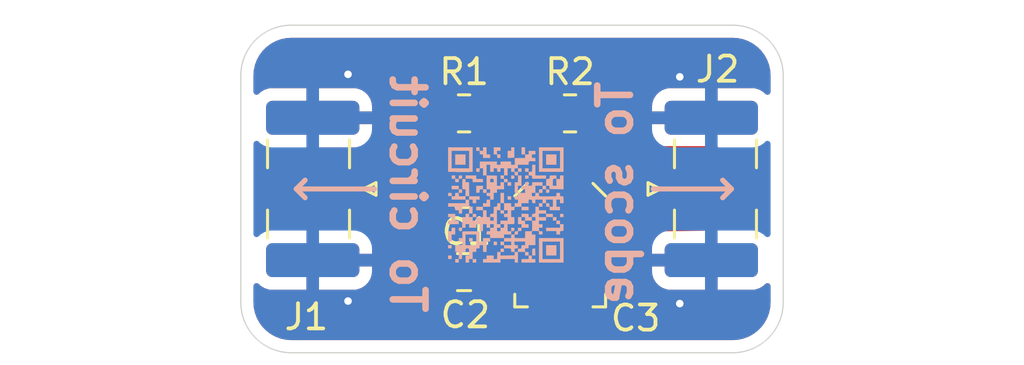
<source format=kicad_pcb>
(kicad_pcb (version 20241229) (generator "pcbnew") (generator_version "9.0")
  (layers (0 "F.Cu" signal) (2 "B.Cu" signal) (13 "F.Paste" user) (15 "B.Paste" user) (5 "F.SilkS" user "F.Silkscreen") (7 "B.SilkS" user "B.Silkscreen") (1 "F.Mask" user) (3 "B.Mask" user) (25 "Edge.Cuts" user))
  (net 0 "")
  (net 1 "GND")
  (net 2 "Net-(R1-Pad2)")
  (net 3 "/In")
  (net 4 "/Out")
  (footprint "Symbol:qr" (layer "F.Cu") (at 146.267513 95.7586)
    (property "Reference" "G***" (hide yes))
    (property "Value" "LOGO" (hide yes))
  )
  (footprint "Capacitor_SMD:C_0805_2012Metric" (layer "F.Cu") (at 144.85 98.3)
    (property "Reference" "C2" (at 0.05 1.7 0) (layer "F.SilkS"))
    (property "Value" "5pF" (hide yes))
    (pad "1" smd roundrect (at -0.95 0) (size 1 1.45) (layers "F.Cu" "F.Mask" "F.Paste") (net 3 "/In"))
    (pad "2" smd roundrect (at 0.95 0) (size 1 1.45) (layers "F.Cu" "F.Mask" "F.Paste") (net 4 "/Out"))
  )
  (footprint "Capacitor_SMD:C_0805_2012Metric" (layer "F.Cu") (at 144.8 95)
    (property "Reference" "C1" (at 0.1475 1.7 0) (layer "F.SilkS"))
    (property "Value" "2pF" (hide yes))
    (pad "1" smd roundrect (at -0.95 0) (size 1 1.45) (layers "F.Cu" "F.Mask" "F.Paste") (net 3 "/In"))
    (pad "2" smd roundrect (at 0.95 0) (size 1 1.45) (layers "F.Cu" "F.Mask" "F.Paste") (net 4 "/Out"))
  )
  (footprint "Resistor_SMD:R_0805_2012Metric_Pad1.20x1.40mm_HandSolder" (layer "F.Cu") (at 149.05 92)
    (property "Reference" "R2" (at 0 -1.65 0) (layer "F.SilkS"))
    (property "Value" "4.5MΩ" (hide yes))
    (pad "1" smd roundrect (at -1 0) (size 1.2 1.4) (layers "F.Cu" "F.Mask" "F.Paste") (roundrect_rratio 0.208333) (net 2 "Net-(R1-Pad2)"))
    (pad "2" smd roundrect (at 1 0) (size 1.2 1.4) (layers "F.Cu" "F.Mask" "F.Paste") (roundrect_rratio 0.208333) (net 4 "/Out"))
  )
  (footprint "Connector_Coaxial:SMA_Samtec_SMA-J-P-H-ST-EM1_EdgeMount" (layer "F.Cu") (at 138.6 95 180)
    (property "Reference" "J1" (at 0 -5.08 0) (layer "F.SilkS"))
    (property "Value" "To circuit" (hide yes))
    (pad "1" smd roundrect (at 0 0 270) (size 1.27 3.2) (layers "F.Cu" "F.Mask") (roundrect_rratio 0.1968503937) (net 3 "/In"))
    (pad "2" smd roundrect (at -0.25 -2.825 270) (size 1.35 3.7) (layers "F.Cu" "F.Mask") (roundrect_rratio 0.1851851852) (net 1 "GND"))
    (pad "2" smd roundrect (at -0.25 -2.825 270) (size 1.35 3.7) (layers "B.Cu" "B.Mask") (roundrect_rratio 0.1851851852) (net 1 "GND"))
    (pad "2" smd roundrect (at -0.25 2.825 270) (size 1.35 3.7) (layers "F.Cu" "F.Mask") (roundrect_rratio 0.1851851852) (net 1 "GND"))
    (pad "2" smd roundrect (at -0.25 2.825 270) (size 1.35 3.7) (layers "B.Cu" "B.Mask") (roundrect_rratio 0.1851851852) (net 1 "GND"))
  )
  (footprint "Capacitor_SMD:C_Trimmer_Sprague-Goodman_SGC3" (layer "F.Cu") (at 148.659429 97.230414 -90)
    (property "Reference" "C3" (at 2.9 -2.990571 180) (layer "F.SilkS"))
    (property "Value" "8-30pF" (hide yes))
    (pad "1" smd rect (at -1.8375 0 270) (size 1.075 1.4) (layers "F.Cu" "F.Mask" "F.Paste") (net 4 "/Out"))
    (pad "2" smd rect (at 1.8375 0 270) (size 1.075 1.4) (layers "F.Cu" "F.Mask" "F.Paste") (net 1 "GND"))
  )
  (footprint "Resistor_SMD:R_0805_2012Metric_Pad1.20x1.40mm_HandSolder" (layer "F.Cu") (at 144.85 92)
    (property "Reference" "R1" (at 0 -1.65 0) (layer "F.SilkS"))
    (property "Value" "4.5MΩ" (hide yes))
    (pad "1" smd roundrect (at -1 0) (size 1.2 1.4) (layers "F.Cu" "F.Mask" "F.Paste") (roundrect_rratio 0.208333) (net 3 "/In"))
    (pad "2" smd roundrect (at 1 0) (size 1.2 1.4) (layers "F.Cu" "F.Mask" "F.Paste") (roundrect_rratio 0.208333) (net 2 "Net-(R1-Pad2)"))
  )
  (footprint "Connector_Coaxial:SMA_Samtec_SMA-J-P-H-ST-EM1_EdgeMount" (layer "F.Cu") (at 154.9 95)
    (property "Reference" "J2" (at 0 -4.75 180) (layer "F.SilkS"))
    (property "Value" "To scope" (hide yes))
    (pad "1" smd roundrect (at 0 0 90) (size 1.27 3.2) (layers "F.Cu" "F.Mask") (roundrect_rratio 0.1968503937) (net 4 "/Out"))
    (pad "2" smd roundrect (at -0.25 -2.825 90) (size 1.35 3.7) (layers "F.Cu" "F.Mask") (roundrect_rratio 0.1851851852) (net 1 "GND"))
    (pad "2" smd roundrect (at -0.25 -2.825 90) (size 1.35 3.7) (layers "B.Cu" "B.Mask") (roundrect_rratio 0.1851851852) (net 1 "GND"))
    (pad "2" smd roundrect (at -0.25 2.825 90) (size 1.35 3.7) (layers "F.Cu" "F.Mask") (roundrect_rratio 0.1851851852) (net 1 "GND"))
    (pad "2" smd roundrect (at -0.25 2.825 90) (size 1.35 3.7) (layers "B.Cu" "B.Mask") (roundrect_rratio 0.1851851852) (net 1 "GND"))
  )
  (gr_line (start 138.2 95) (end 138.55 94.65) (stroke (width 0.2)) (layer "B.SilkS"))
  (gr_line (start 155.45 95) (end 155.1 94.65) (stroke (width 0.2)) (layer "B.SilkS"))
  (gr_line (start 138.2 95) (end 138.55 95.35) (stroke (width 0.2)) (layer "B.SilkS"))
  (gr_line (start 155.45 95) (end 152.35 95) (stroke (width 0.2)) (layer "B.SilkS"))
  (gr_line (start 141.3 95) (end 138.2 95) (stroke (width 0.2)) (layer "B.SilkS"))
  (gr_line (start 155.45 95) (end 155.1 95.35) (stroke (width 0.2)) (layer "B.SilkS"))
  (gr_arc (start 157.5 99.5) (mid 156.914214 100.914214) (end 155.5 101.5) (stroke (width 0.05)) (layer "Edge.Cuts"))
  (gr_line (start 155.5 88.500014) (end 138 88.500014) (stroke (width 0.05)) (layer "Edge.Cuts"))
  (gr_arc (start 138 101.5) (mid 136.585786 100.914214) (end 136 99.5) (stroke (width 0.05)) (layer "Edge.Cuts"))
  (gr_arc (start 155.5 88.500014) (mid 156.914204 89.085796) (end 157.499986 90.5) (stroke (width 0.05)) (layer "Edge.Cuts"))
  (gr_line (start 136 99.5) (end 136 90.5) (stroke (width 0.05)) (layer "Edge.Cuts"))
  (gr_arc (start 136 90.5) (mid 136.585786 89.085786) (end 138 88.5) (stroke (width 0.05)) (layer "Edge.Cuts"))
  (gr_line (start 155.5 101.5) (end 138 101.5) (stroke (width 0.05)) (layer "Edge.Cuts"))
  (gr_line (start 157.499986 90.5) (end 157.499986 99.492517) (stroke (width 0.05)) (layer "Edge.Cuts"))
  (gr_text "To scope\n" (at 151.6 90.6 90) (layer "B.SilkS") (effects (font (size 1.3 1.3) (thickness 0.26) (bold yes)) (justify left bottom mirror)))
  (gr_text "To circuit" (at 141.85 100.05 270) (layer "B.SilkS") (effects (font (size 1.3 1.3) (thickness 0.26) (bold yes)) (justify left bottom mirror)))
  (via (at 140.25 99.45) (size 0.6) (drill 0.3) (layers "F.Cu" "B.Cu") (net 1))
  (via (at 140.25 90.45) (size 0.6) (drill 0.3) (layers "F.Cu" "B.Cu") (net 1))
  (via (at 153.4 90.55) (size 0.6) (drill 0.3) (layers "F.Cu" "B.Cu") (net 1))
  (via (at 153.4 99.55) (size 0.6) (drill 0.3) (layers "F.Cu" "B.Cu") (net 1))
  (segment (start 145.85 92) (end 148.05 92) (width 0.4) (layer "F.Cu") (net 2))
  (segment (start 146.05 94.9) (end 146.05 94.55) (width 0.4) (layer "F.Cu") (net 4))
  (segment (start 146.05 95.05) (end 146.1 95.1) (width 0.2) (layer "F.Cu") (net 4))
  (segment (start 146.05 94.9) (end 146.05 95.05) (width 0.2) (layer "F.Cu") (net 4))
  (segment (start 146.05 95) (end 146.05 94.9) (width 0.4) (layer "F.Cu") (net 4))
  (zone (net 1) (net_name "GND") (layer "F.Cu") (connect_pads (clearance 0.5)) (min_thickness 0.25) (fill yes (thermal_gap 0.5) (thermal_bridge_width 0.5))
    (polygon (pts (xy 158.5 87.5) (xy 135 87.5) (xy 135 102) (xy 158.5 102)))
  )
  (zone (net 3) (net_name "/In") (layer "F.Cu") (priority 2) (connect_pads (clearance 0)) (min_thickness 0.25) (fill yes (thermal_gap 0.5) (thermal_bridge_width 0.5))
    (polygon (pts (xy 138.6125 96.6) (xy 138.45 96.4375) (xy 138.45 93.503125) (xy 138.603125 93.35) (xy 140.805213 93.35) (xy 142 92.542257) (xy 142 92.012148) (xy 142.262148 91.75) (xy 144.060064 91.75) (xy 144.050144 98.6) (xy 142.095238 98.6) (xy 142.05 97.65) (xy 141 96.6)))
  )
  (zone (net 4) (net_name "/Out") (layer "F.Cu") (priority 3) (connect_pads (clearance 0)) (min_thickness 0.25) (fill yes (thermal_gap 0.5) (thermal_bridge_width 0.5))
    (polygon (pts (xy 154.9 96.65) (xy 155.15 96.316667) (xy 155.15 93.716666) (xy 154.9 93.3) (xy 152.25 93.3) (xy 151.567707 92.57506) (xy 151.52346 91.887681) (xy 151.347122 91.75) (xy 149.8 91.75) (xy 149.8 93) (xy 149.64 93.2) (xy 147.936207 93.2) (xy 146.85 94.7) (xy 145.45 94.75) (xy 145.502277 98.102277) (xy 145.9 98.5) (xy 149.67442 98.5) (xy 150.348291 97.092098) (xy 151.960348 97.047606) (xy 152.413563 96.687673)))
  )
  (zone (net 1) (net_name "GND") (layer "B.Cu") (priority 1) (connect_pads (clearance 0.5)) (min_thickness 0.25) (fill yes (thermal_gap 0.5) (thermal_bridge_width 0.5))
    (polygon (pts (xy 158.5 87.5) (xy 158.5 102) (xy 135 102) (xy 135 87.5)))
  )
)
</source>
